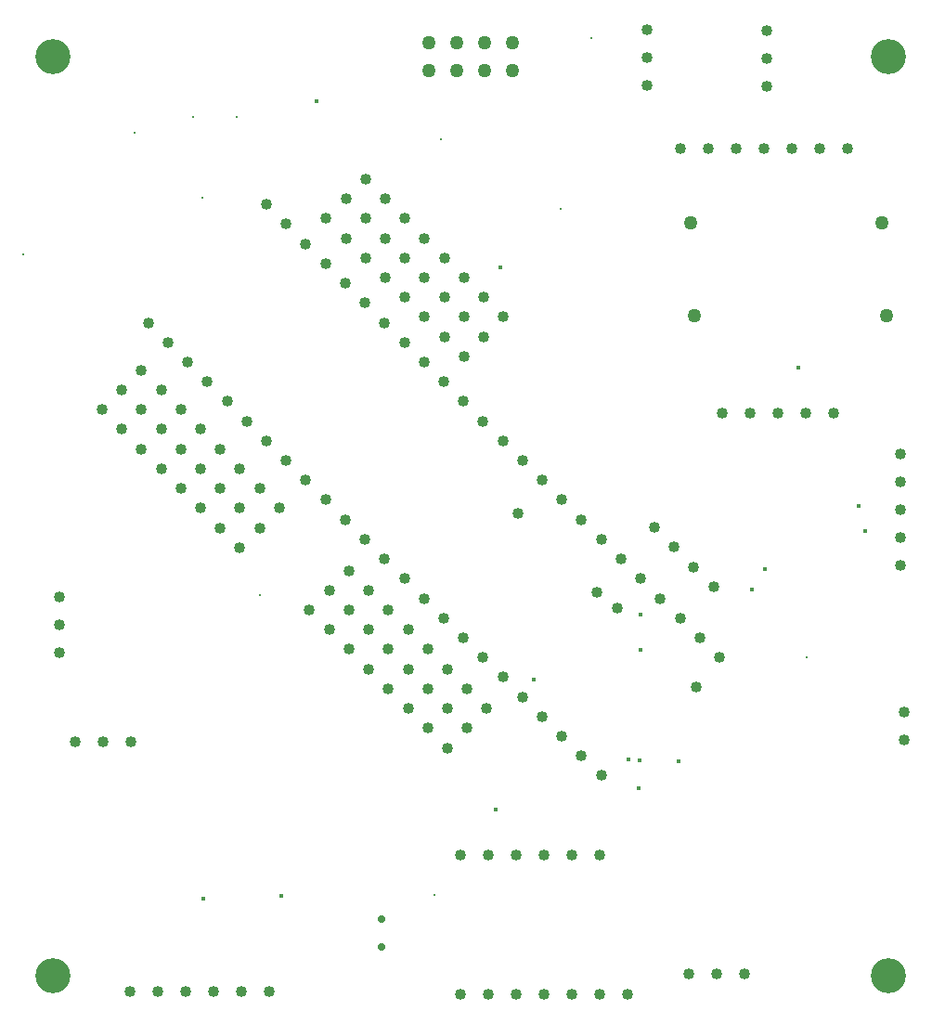
<source format=gbr>
G04 PROTEUS GERBER X2 FILE*
%TF.GenerationSoftware,Labcenter,Proteus,8.15-SP1-Build34318*%
%TF.CreationDate,2023-08-09T10:16:53+00:00*%
%TF.FileFunction,Plated,1,2,PTH*%
%TF.FilePolarity,Positive*%
%TF.Part,Single*%
%TF.SameCoordinates,{0049c899-80f1-4e30-9ba5-08a3a9b55963}*%
%FSLAX45Y45*%
%MOMM*%
G01*
%TA.AperFunction,ViaDrill*%
%ADD107C,0.254000*%
%ADD108C,0.381000*%
%TA.AperFunction,ComponentDrill*%
%ADD109C,1.270000*%
%TA.AperFunction,OtherDrill,Unknown*%
%ADD110C,3.200000*%
%TA.AperFunction,ComponentDrill*%
%ADD111C,1.016000*%
%TA.AperFunction,ComponentDrill*%
%ADD112C,0.700000*%
%TD.AperFunction*%
D107*
X+488900Y+7940944D03*
X+1107440Y+7350760D03*
X-520788Y+6827593D03*
D108*
X+2150774Y+8226667D03*
X+3829288Y+6716923D03*
D107*
X+4653280Y+8806180D03*
X+1025140Y+8087440D03*
X+1426303Y+8085997D03*
D108*
X+6117799Y+3774628D03*
X+6242472Y+3962259D03*
X+4129470Y+2956157D03*
D107*
X+6622155Y+3153038D03*
D108*
X+6545292Y+5799583D03*
X+7155494Y+4307006D03*
X+7093434Y+4534194D03*
X+5102447Y+3550301D03*
X+5102193Y+3222891D03*
X+5101278Y+2216461D03*
X+5089913Y+1963714D03*
X+5451997Y+2207997D03*
D107*
X+3228123Y+986443D03*
D108*
X+4994807Y+2224698D03*
X+3785580Y+1768554D03*
X+1833543Y+983624D03*
X+1116228Y+957165D03*
D107*
X+3289806Y+7883004D03*
X+4381892Y+7244737D03*
X+1632405Y+3727653D03*
D109*
X+3175000Y+8509000D03*
X+3175000Y+8763000D03*
X+3429000Y+8509000D03*
X+3429000Y+8763000D03*
X+3683000Y+8509000D03*
X+3683000Y+8763000D03*
X+3937000Y+8509000D03*
X+3937000Y+8763000D03*
D110*
X+7366000Y+8636000D03*
X-254000Y+8636000D03*
X-254000Y+254000D03*
X+7366000Y+254000D03*
D111*
X+5466136Y+3514786D03*
X+5286531Y+3694391D03*
X+5106926Y+3873997D03*
X+4927321Y+4053602D03*
X+4747716Y+4233207D03*
X+4568110Y+4412812D03*
X+4388505Y+4592417D03*
X+4208900Y+4772022D03*
X+4029295Y+4951627D03*
X+3849690Y+5131232D03*
X+3670085Y+5310837D03*
X+3490480Y+5490443D03*
X+2412849Y+4412812D03*
X+2592454Y+4233207D03*
X+2772059Y+4053602D03*
X+2951664Y+3873997D03*
X+3131269Y+3694391D03*
X+3310875Y+3514786D03*
X+3490480Y+3335181D03*
X+3670085Y+3155576D03*
X+3849690Y+2975971D03*
X+4029295Y+2796366D03*
X+4208900Y+2616761D03*
X+3131269Y+5849653D03*
X+2951664Y+6029258D03*
X+2772059Y+6208863D03*
X+2592454Y+6388468D03*
X+2412849Y+6568073D03*
X+2233244Y+6747678D03*
X+2053639Y+6927284D03*
X+1874034Y+7106889D03*
X+1694428Y+7286494D03*
X+616798Y+6208863D03*
X+796403Y+6029258D03*
X+976008Y+5849653D03*
X+1155613Y+5670048D03*
X+1335218Y+5490443D03*
X+1514823Y+5310837D03*
X+1694428Y+5131232D03*
X+1874034Y+4951627D03*
X+2053639Y+4772022D03*
X+5825346Y+3155576D03*
X+5645741Y+3335181D03*
X+3310875Y+5670048D03*
X+2233244Y+4592417D03*
X+4388505Y+2437156D03*
X+4568110Y+2257550D03*
X+4747716Y+2077945D03*
X+3344423Y+2331314D03*
X+3164818Y+2510919D03*
X+2985213Y+2690524D03*
X+2805608Y+2870129D03*
X+2626003Y+3049734D03*
X+2446398Y+3229339D03*
X+2266793Y+3408945D03*
X+2087188Y+3588550D03*
X+3524029Y+2510919D03*
X+3344423Y+2690524D03*
X+3164818Y+2870129D03*
X+2985213Y+3049734D03*
X+2805608Y+3229339D03*
X+2626003Y+3408945D03*
X+2446398Y+3588550D03*
X+2266793Y+3768155D03*
X+3703634Y+2690524D03*
X+3524029Y+2870129D03*
X+3344423Y+3049734D03*
X+3164818Y+3229339D03*
X+2985213Y+3408945D03*
X+2805608Y+3588550D03*
X+2626003Y+3768155D03*
X+2446398Y+3947760D03*
X+1452189Y+4158186D03*
X+1272584Y+4337791D03*
X+1092979Y+4517396D03*
X+913374Y+4697002D03*
X+733769Y+4876607D03*
X+554164Y+5056212D03*
X+374558Y+5235817D03*
X+194953Y+5415422D03*
X+1631794Y+4337791D03*
X+1452189Y+4517396D03*
X+1272584Y+4697002D03*
X+1092979Y+4876607D03*
X+913374Y+5056212D03*
X+733769Y+5235817D03*
X+554164Y+5415422D03*
X+374558Y+5595027D03*
X+1811399Y+4517396D03*
X+1631794Y+4697002D03*
X+1452189Y+4876607D03*
X+1272584Y+5056212D03*
X+1092979Y+5235817D03*
X+913374Y+5415422D03*
X+733769Y+5595027D03*
X+554164Y+5774632D03*
X+2598221Y+7517745D03*
X+2777826Y+7338140D03*
X+2957431Y+7158535D03*
X+3137036Y+6978930D03*
X+3316641Y+6799325D03*
X+3496247Y+6619720D03*
X+3675852Y+6440115D03*
X+3855457Y+6260510D03*
X+2418616Y+7338140D03*
X+2598221Y+7158535D03*
X+2777826Y+6978930D03*
X+2957431Y+6799325D03*
X+3137036Y+6619720D03*
X+3316641Y+6440115D03*
X+3496247Y+6260510D03*
X+3675852Y+6080904D03*
X+2239011Y+7158535D03*
X+2418616Y+6978930D03*
X+2598221Y+6799325D03*
X+2777826Y+6619720D03*
X+2957431Y+6440115D03*
X+3137036Y+6260510D03*
X+3316641Y+6080904D03*
X+3496247Y+5901299D03*
X+5163820Y+8371840D03*
X+5163820Y+8625840D03*
X+5163820Y+8879840D03*
X+6261100Y+8364220D03*
X+6261100Y+8618220D03*
X+6261100Y+8872220D03*
X-190518Y+3203108D03*
X-190517Y+3457107D03*
X-190518Y+3711108D03*
X+5771950Y+3801310D03*
X+5592345Y+3980915D03*
X+5412740Y+4160520D03*
X+5233135Y+4340125D03*
X+5544098Y+267434D03*
X+5798098Y+267434D03*
X+6052097Y+267434D03*
X+3461986Y+1355766D03*
X+3715986Y+1355766D03*
X+3969986Y+1355766D03*
X+4223986Y+1355766D03*
X+4477986Y+1355766D03*
X+4731986Y+1355766D03*
X+4985986Y+85766D03*
X+4731986Y+85767D03*
X+4477985Y+85766D03*
X+4223985Y+85766D03*
X+3969986Y+85766D03*
X+3715986Y+85766D03*
X+3461986Y+85766D03*
X+450937Y+109568D03*
X+704937Y+109568D03*
X+958937Y+109568D03*
X+1212937Y+109568D03*
X+1466936Y+109568D03*
X+1720937Y+109568D03*
X+6863476Y+5386010D03*
X+6609476Y+5386010D03*
X+6355476Y+5386010D03*
X+6101475Y+5386010D03*
X+5847475Y+5386010D03*
X+5466476Y+7799010D03*
X+5720475Y+7799010D03*
X+5974475Y+7799010D03*
X+6228476Y+7799011D03*
X+6482476Y+7799011D03*
X+6736476Y+7799010D03*
X+6990476Y+7799010D03*
X+7480300Y+3995420D03*
X+7480300Y+4249420D03*
X+7480300Y+4503420D03*
X+7480300Y+4757420D03*
X+7480300Y+5011420D03*
X+7513320Y+2405380D03*
X+7513320Y+2659380D03*
X+3990652Y+4469608D03*
X+4709072Y+3751188D03*
X+5610442Y+2886356D03*
X+4892022Y+3604776D03*
D109*
X+5560060Y+7119620D03*
X+7310060Y+7119620D03*
X+5598160Y+6276340D03*
X+7348160Y+6276340D03*
D112*
X+2740660Y+517620D03*
X+2740660Y+767620D03*
D111*
X-53340Y+2382520D03*
X+200660Y+2382520D03*
X+454660Y+2382520D03*
M02*

</source>
